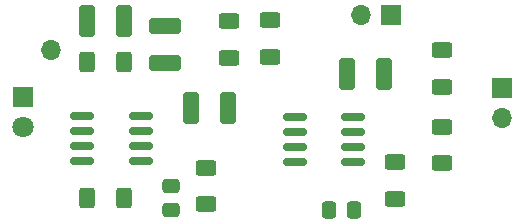
<source format=gts>
G04 #@! TF.GenerationSoftware,KiCad,Pcbnew,(6.0.9)*
G04 #@! TF.CreationDate,2022-11-30T14:59:24+01:00*
G04 #@! TF.ProjectId,Sensor,53656e73-6f72-42e6-9b69-6361645f7063,rev?*
G04 #@! TF.SameCoordinates,Original*
G04 #@! TF.FileFunction,Soldermask,Top*
G04 #@! TF.FilePolarity,Negative*
%FSLAX46Y46*%
G04 Gerber Fmt 4.6, Leading zero omitted, Abs format (unit mm)*
G04 Created by KiCad (PCBNEW (6.0.9)) date 2022-11-30 14:59:24*
%MOMM*%
%LPD*%
G01*
G04 APERTURE LIST*
G04 Aperture macros list*
%AMRoundRect*
0 Rectangle with rounded corners*
0 $1 Rounding radius*
0 $2 $3 $4 $5 $6 $7 $8 $9 X,Y pos of 4 corners*
0 Add a 4 corners polygon primitive as box body*
4,1,4,$2,$3,$4,$5,$6,$7,$8,$9,$2,$3,0*
0 Add four circle primitives for the rounded corners*
1,1,$1+$1,$2,$3*
1,1,$1+$1,$4,$5*
1,1,$1+$1,$6,$7*
1,1,$1+$1,$8,$9*
0 Add four rect primitives between the rounded corners*
20,1,$1+$1,$2,$3,$4,$5,0*
20,1,$1+$1,$4,$5,$6,$7,0*
20,1,$1+$1,$6,$7,$8,$9,0*
20,1,$1+$1,$8,$9,$2,$3,0*%
G04 Aperture macros list end*
%ADD10R,1.800000X1.800000*%
%ADD11C,1.800000*%
%ADD12RoundRect,0.150000X-0.825000X-0.150000X0.825000X-0.150000X0.825000X0.150000X-0.825000X0.150000X0*%
%ADD13O,1.700000X1.700000*%
%ADD14R,1.700000X1.700000*%
%ADD15RoundRect,0.250000X-0.625000X0.400000X-0.625000X-0.400000X0.625000X-0.400000X0.625000X0.400000X0*%
%ADD16RoundRect,0.250000X0.625000X-0.400000X0.625000X0.400000X-0.625000X0.400000X-0.625000X-0.400000X0*%
%ADD17RoundRect,0.250000X0.400000X0.625000X-0.400000X0.625000X-0.400000X-0.625000X0.400000X-0.625000X0*%
%ADD18RoundRect,0.250000X-0.337500X-0.475000X0.337500X-0.475000X0.337500X0.475000X-0.337500X0.475000X0*%
%ADD19RoundRect,0.250000X-0.475000X0.337500X-0.475000X-0.337500X0.475000X-0.337500X0.475000X0.337500X0*%
%ADD20RoundRect,0.250000X-0.400000X-0.625000X0.400000X-0.625000X0.400000X0.625000X-0.400000X0.625000X0*%
%ADD21RoundRect,0.250000X-0.412500X-1.100000X0.412500X-1.100000X0.412500X1.100000X-0.412500X1.100000X0*%
%ADD22RoundRect,0.250000X1.100000X-0.412500X1.100000X0.412500X-1.100000X0.412500X-1.100000X-0.412500X0*%
G04 APERTURE END LIST*
D10*
X114000000Y-90425000D03*
D11*
X114000000Y-92965000D03*
D12*
X119025000Y-92095000D03*
X119025000Y-93365000D03*
X119025000Y-94635000D03*
X119025000Y-95905000D03*
X123975000Y-95905000D03*
X123975000Y-94635000D03*
X123975000Y-93365000D03*
X123975000Y-92095000D03*
X137000000Y-92130000D03*
X137000000Y-93400000D03*
X137000000Y-94670000D03*
X137000000Y-95940000D03*
X141950000Y-95940000D03*
X141950000Y-94670000D03*
X141950000Y-93400000D03*
X141950000Y-92130000D03*
D13*
X116375000Y-86450000D03*
D14*
X154546472Y-89660000D03*
D13*
X154546472Y-92200000D03*
D14*
X145187500Y-83535000D03*
D13*
X142647500Y-83535000D03*
D15*
X134900000Y-83950000D03*
X134900000Y-87050000D03*
D16*
X149475000Y-89585000D03*
X149475000Y-86485000D03*
X129500000Y-99550000D03*
X129500000Y-96450000D03*
X145475000Y-99085000D03*
X145475000Y-95985000D03*
D17*
X122550000Y-87500000D03*
X119450000Y-87500000D03*
D15*
X149475000Y-92985000D03*
X149475000Y-96085000D03*
D18*
X139937500Y-100035000D03*
X142012500Y-100035000D03*
D16*
X131400000Y-87150000D03*
X131400000Y-84050000D03*
D19*
X126500000Y-97962500D03*
X126500000Y-100037500D03*
D20*
X119450000Y-99000000D03*
X122550000Y-99000000D03*
D21*
X141412500Y-88535000D03*
X144537500Y-88535000D03*
X128237500Y-91400000D03*
X131362500Y-91400000D03*
D22*
X126000000Y-87562500D03*
X126000000Y-84437500D03*
D21*
X119437500Y-84000000D03*
X122562500Y-84000000D03*
M02*

</source>
